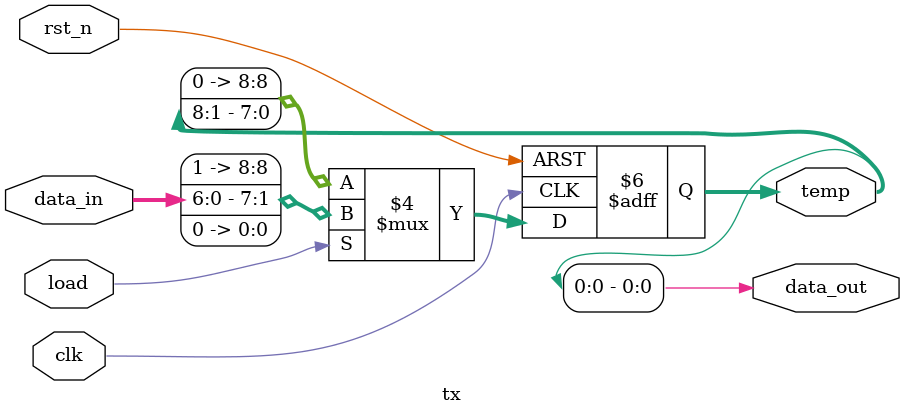
<source format=v>
module main_tx#(parameter N =7,parameter K =4)(output clk_out, output data_out_LED, output gnd,input [K-1:0]data_in,input clk,rst_n,load,output data_out,output [K-1:0]led_data_in,output [K-1:0]led_encrypted_data,output [N-1:0]led_encoding_data_bit,output [N+1:0]temp);
    wire [N-1:0]encoding_data_bit;
    wire [K-1:0]encrypted_data_in;
        assign led_data_in = data_in;
        assign gnd = 0;
        assign clk_out = clk;
        assign data_out_LED = data_out;
            Encryption #(K,1)enc1(data_in,encrypted_data_in);
        assign led_encrypted_data=encrypted_data_in;
            encoding #(N,K)lbc(encrypted_data_in,encoding_data_bit);
        assign led_encoding_data_bit=encoding_data_bit;
            tx #(N,K)f1(clk,rst_n,load,encoding_data_bit,data_out,temp);
endmodule

module Encryption#(parameter K=4,parameter OpFun=1)(input [K-1:0]data,output reg [K-1:0]encrypted_data);
    always@(*)
    begin
        case(OpFun)
            1: //Simple XOR With 1 (NOT GATE)
            encrypted_data = ~data;
            2: //Right Shift by 1
            encrypted_data = {data[K-2:0],data[K-1]};
            3: //Left Shift by 1
            encrypted_data = {data[0],data[K-1:1]};
            4: //XOR with 1 and Left Shift by 1
            encrypted_data = {~data[0],~data[K-1:1]};
        endcase
    end
endmodule

module encoding#(parameter N =11,parameter K =7)(input [0:K-1]data_in,output reg [0:N-1]data_out);
    always@(*)
        begin
            case(K)
                4: // (7,4)
                begin
                data_out[4] <= data_in[0]^data_in[1]^data_in[2];
                data_out[5] <= data_in[0]^data_in[2]^data_in[3];
                data_out[6]<=data_in[0]^data_in[1]^data_in[3];
                data_out[0:K-1] <= data_in;
                end
                5: //(9,5)
                begin
                data_out[5] <= data_in[0]^data_in[1]^data_in[2]^data_in[3];
                data_out[6] <= data_in[0]^data_in[1]^data_in[2]^data_in[4];
                data_out[7]<=data_in[0]^data_in[2]^data_in[3]^data_in[4];
                data_out[8]<=data_in[0]^data_in[1]^data_in[3]^data_in[4];
                data_out[0:K-1] <= data_in;
                end
                7: //(11,7)
                begin
                data_out[7] <= data_in[0]^data_in[1]^data_in[2]^data_in[3];
                data_out[8] <= data_in[0]^data_in[1]^data_in[2]^data_in[4];
                data_out[9]<=data_in[0]^data_in[2]^data_in[3]^data_in[4];
                data_out[10]<=data_in[0]^data_in[1]^data_in[3]^data_in[4];
                data_out[0:K-1] <= data_in;
                end
                8: //(12,8)
                begin
                data_out[8] <= data_in[4]^data_in[5]^data_in[6]^data_in[7];
                data_out[9] <= data_in[1]^data_in[2]^data_in[3]^data_in[7];
                data_out[10]<=data_in[0]^data_in[2]^data_in[3]^data_in[5]^data_in[6]^data_in[7];
                data_out[11]<=data_in[0]^data_in[1]^data_in[3]^data_in[4]^data_in[6]^data_in[7];
                data_out[0:K-1] <= data_in;
                end
            endcase
        end
endmodule

module tx#(parameter N=7,parameter K =4)(clk,rst_n,load,data_in,data_out,temp); //PISO_rtl
    input clk,rst_n,load;
    input [N-1:0]data_in;
    output data_out;
    output reg [N+1:0]temp; // To store the input when load = 1
    always@(posedge clk or negedge rst_n)
        begin
            if(!rst_n) temp<=0;
            else 
                begin
                if(load) temp<={1'b1,data_in,1'b0};
                else temp<={1'b0,temp[N+1:1]};
                end
        end
    assign data_out=temp[0];
endmodule


</source>
